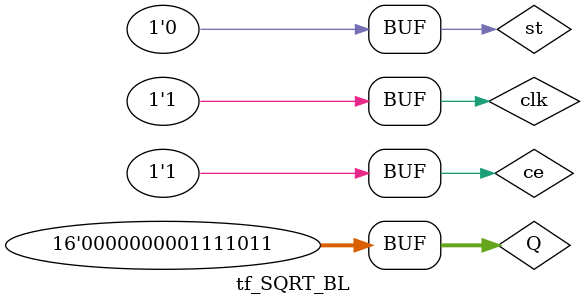
<source format=v>
`timescale 1ns / 1ps


module tf_SQRT_BL;

	// Inputs
	reg [15:0] Q;
	reg st;
	reg clk;
	reg ce;

	// Outputs
	wire [7:0] SQ;
	wire ok_SQ;

	// Instantiate the Unit Under Test (UUT)
	SQRT_BL uut (
		.Q(Q), 
		.SQ(SQ), 
		.st(st), 
		.ok_SQ(ok_SQ), 
		.clk(clk), 
		.ce(ce)
	);


parameter Tclk = 20; //Tclk=1/Fclk=1/50 mHz = 20 ns
parameter Tce = 1000; //Tce=1/Fce=1/1Mhz = 1us = 1000ns
parameter NTce = Tce/Tclk ; //NTce=50
always begin clk=0 ; #(Tclk/2) clk=1; #(Tclk/2) ; end
always begin ce=0 ; #(Tclk*(NTce-1)) ce=1; #(Tclk) ; end

	initial begin
		// Initialize Inputs
		Q = 123;
		st = 0;

		// Wait 100 ns for global reset to finish
		#100;
       st = 1;
		 ce = 1;
		 #20
		 ce = 0;
		 st = 0;
		// Add stimulus here

	end
      
endmodule


</source>
